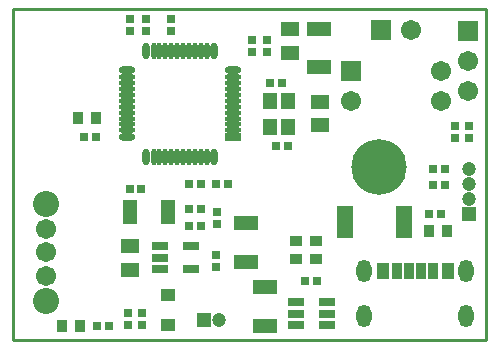
<source format=gts>
%FSLAX25Y25*%
%MOIN*%
G70*
G01*
G75*
G04 Layer_Color=8388736*
%ADD10C,0.01500*%
%ADD11C,0.00800*%
%ADD12C,0.02000*%
%ADD13C,0.01000*%
%ADD14C,0.04000*%
%ADD15R,0.04724X0.09843*%
%ADD16R,0.02756X0.03347*%
%ADD17R,0.02362X0.02362*%
%ADD18O,0.00984X0.04724*%
%ADD19O,0.04724X0.00984*%
%ADD20O,0.04724X0.01772*%
%ADD21O,0.01772X0.04724*%
%ADD22R,0.04724X0.01772*%
%ADD23R,0.02362X0.02362*%
%ADD24R,0.04331X0.04724*%
%ADD25R,0.05118X0.03937*%
%ADD26R,0.07087X0.03937*%
%ADD27R,0.02756X0.04724*%
%ADD28R,0.02992X0.04724*%
%ADD29R,0.03150X0.04724*%
%ADD30R,0.03347X0.02756*%
%ADD31R,0.04724X0.01969*%
%ADD32R,0.03937X0.03150*%
%ADD33R,0.03937X0.07087*%
%ADD34C,0.03000*%
%ADD35C,0.03500*%
%ADD36C,0.17716*%
%ADD37C,0.07874*%
%ADD38C,0.05906*%
%ADD39R,0.05906X0.05906*%
%ADD40R,0.03937X0.03937*%
%ADD41C,0.03937*%
%ADD42O,0.04331X0.06693*%
%ADD43R,0.03937X0.03937*%
%ADD44R,0.05906X0.05906*%
%ADD45C,0.03000*%
%ADD46C,0.02000*%
%ADD47R,0.07874X0.07874*%
%ADD48O,0.03543X0.08661*%
%ADD49C,0.00500*%
%ADD50C,0.02362*%
%ADD51C,0.00984*%
%ADD52C,0.00787*%
%ADD53C,0.00591*%
%ADD54R,0.05524X0.10642*%
%ADD55R,0.03556X0.04147*%
%ADD56R,0.03162X0.03162*%
%ADD57O,0.01784X0.05524*%
%ADD58O,0.05524X0.01784*%
%ADD59O,0.05524X0.02572*%
%ADD60O,0.02572X0.05524*%
%ADD61R,0.05524X0.02572*%
%ADD62R,0.03162X0.03162*%
%ADD63R,0.05131X0.05524*%
%ADD64R,0.05918X0.04737*%
%ADD65R,0.07887X0.04737*%
%ADD66R,0.03556X0.05524*%
%ADD67R,0.03792X0.05524*%
%ADD68R,0.03950X0.05524*%
%ADD69R,0.04147X0.03556*%
%ADD70R,0.05524X0.02769*%
%ADD71R,0.04737X0.03950*%
%ADD72R,0.04737X0.07887*%
%ADD73C,0.18517*%
%ADD74C,0.08674*%
%ADD75C,0.06706*%
%ADD76R,0.06706X0.06706*%
%ADD77R,0.04737X0.04737*%
%ADD78C,0.04737*%
%ADD79O,0.05131X0.07493*%
%ADD80R,0.04737X0.04737*%
%ADD81R,0.06706X0.06706*%
D13*
X0Y0D02*
X157480D01*
Y-110236D02*
Y0D01*
X0Y-110236D02*
X157480D01*
X0D02*
Y0D01*
D54*
X110415Y-70800D02*
D03*
X130100D02*
D03*
D55*
X21700Y-36300D02*
D03*
X27606D02*
D03*
X144405Y-73700D02*
D03*
X138500D02*
D03*
X16295Y-105500D02*
D03*
X22200D02*
D03*
D56*
X23600Y-42600D02*
D03*
X27537D02*
D03*
X87500Y-45600D02*
D03*
X91437D02*
D03*
X89500Y-24400D02*
D03*
X85563D02*
D03*
X140000Y-53300D02*
D03*
X143937D02*
D03*
X140000Y-58400D02*
D03*
X143937D02*
D03*
X142405Y-68100D02*
D03*
X138469D02*
D03*
X97200Y-90400D02*
D03*
X101137D02*
D03*
X31900Y-105500D02*
D03*
X27963D02*
D03*
X42700Y-59800D02*
D03*
X38763D02*
D03*
X62500Y-58300D02*
D03*
X58563D02*
D03*
X58600Y-66400D02*
D03*
X62537D02*
D03*
Y-72200D02*
D03*
X58600D02*
D03*
X67563Y-58200D02*
D03*
X71500D02*
D03*
D57*
X60505Y-13725D02*
D03*
X52631D02*
D03*
X58536D02*
D03*
X54599D02*
D03*
X56568D02*
D03*
X48694D02*
D03*
X54599Y-49158D02*
D03*
X46725D02*
D03*
X62473Y-13725D02*
D03*
X50662D02*
D03*
X48694Y-49158D02*
D03*
X50662D02*
D03*
X52631D02*
D03*
X56568D02*
D03*
X58536D02*
D03*
X60505D02*
D03*
X62473D02*
D03*
X64442D02*
D03*
Y-13725D02*
D03*
X46725D02*
D03*
D58*
X73300Y-24552D02*
D03*
Y-34394D02*
D03*
Y-28489D02*
D03*
Y-22583D02*
D03*
Y-32426D02*
D03*
Y-38331D02*
D03*
X37867Y-30457D02*
D03*
Y-26520D02*
D03*
Y-24552D02*
D03*
X73300Y-40300D02*
D03*
X37867D02*
D03*
X73300Y-30457D02*
D03*
Y-36363D02*
D03*
X37867Y-22583D02*
D03*
Y-32426D02*
D03*
Y-36363D02*
D03*
Y-34394D02*
D03*
Y-28489D02*
D03*
X37867Y-38331D02*
D03*
X73300Y-26520D02*
D03*
D59*
Y-20221D02*
D03*
X37867D02*
D03*
Y-42662D02*
D03*
D60*
X66804Y-13725D02*
D03*
X44363Y-49158D02*
D03*
X66804D02*
D03*
X44363Y-13725D02*
D03*
D61*
X73300Y-42662D02*
D03*
D62*
X39000Y-3200D02*
D03*
Y-7137D02*
D03*
X44300Y-3200D02*
D03*
Y-7137D02*
D03*
X52600Y-7100D02*
D03*
Y-3163D02*
D03*
X79625Y-10150D02*
D03*
Y-14087D02*
D03*
X84400Y-10150D02*
D03*
Y-14087D02*
D03*
X147225Y-42700D02*
D03*
Y-38763D02*
D03*
X151925D02*
D03*
Y-42700D02*
D03*
X67600Y-85700D02*
D03*
Y-81763D02*
D03*
X38200Y-101200D02*
D03*
Y-105137D02*
D03*
X42900Y-105100D02*
D03*
Y-101163D02*
D03*
X67800Y-67500D02*
D03*
Y-71437D02*
D03*
D63*
X85547Y-39231D02*
D03*
Y-30569D02*
D03*
X91453Y-39231D02*
D03*
Y-30569D02*
D03*
D64*
X102300Y-30700D02*
D03*
Y-38574D02*
D03*
X38900Y-78926D02*
D03*
Y-86800D02*
D03*
X92100Y-6526D02*
D03*
Y-14400D02*
D03*
D65*
X102000Y-19295D02*
D03*
Y-6500D02*
D03*
X84000Y-92605D02*
D03*
Y-105400D02*
D03*
X77400Y-71305D02*
D03*
Y-84100D02*
D03*
D66*
X131931Y-87100D02*
D03*
X135869D02*
D03*
D67*
X127916D02*
D03*
X139884D02*
D03*
D68*
X144727D02*
D03*
X123073D02*
D03*
D69*
X100800Y-83100D02*
D03*
Y-77194D02*
D03*
X94300Y-83200D02*
D03*
Y-77294D02*
D03*
D70*
X94182Y-97463D02*
D03*
Y-101400D02*
D03*
Y-105337D02*
D03*
X104418D02*
D03*
Y-97463D02*
D03*
X104418Y-101400D02*
D03*
X59236Y-78763D02*
D03*
Y-86637D02*
D03*
X49000D02*
D03*
Y-82700D02*
D03*
Y-78763D02*
D03*
D71*
X51500Y-95300D02*
D03*
Y-105142D02*
D03*
D72*
X38905Y-67500D02*
D03*
X51700D02*
D03*
D73*
X121800Y-52400D02*
D03*
D74*
X11000Y-64858D02*
D03*
Y-97142D02*
D03*
D75*
Y-81000D02*
D03*
Y-88874D02*
D03*
Y-73126D02*
D03*
X142600Y-30500D02*
D03*
Y-20500D02*
D03*
X112600Y-30500D02*
D03*
X132600Y-6800D02*
D03*
X151700Y-27200D02*
D03*
Y-17200D02*
D03*
D76*
X112600Y-20500D02*
D03*
X122600Y-6800D02*
D03*
D77*
X151900Y-68300D02*
D03*
D78*
Y-63300D02*
D03*
Y-58300D02*
D03*
Y-53300D02*
D03*
X68421Y-103500D02*
D03*
D79*
X150908Y-87100D02*
D03*
X116892Y-102061D02*
D03*
X150908D02*
D03*
X116892Y-87100D02*
D03*
D80*
X63500Y-103500D02*
D03*
D81*
X151700Y-7200D02*
D03*
M02*

</source>
